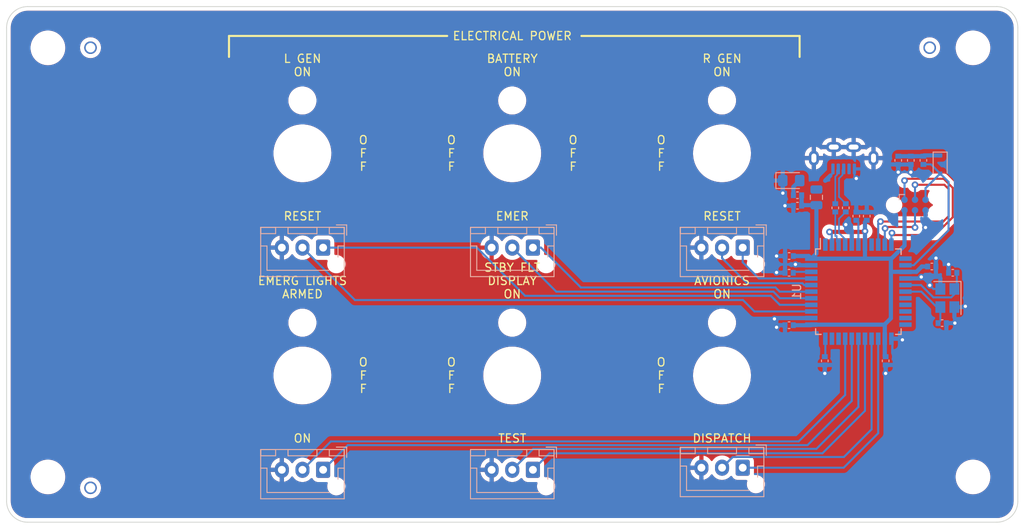
<source format=kicad_pcb>
(kicad_pcb (version 20211014) (generator pcbnew)
  (title_block (rev "@version@"))
  (layers (0 "F.Cu" signal) (31 "B.Cu" signal) (34 "B.Paste" user) (35 "F.Paste" user) (36 "B.SilkS" user "B.Silkscreen") (37 "F.SilkS" user "F.Silkscreen") (38 "B.Mask" user) (39 "F.Mask" user) (44 "Edge.Cuts" user))
  (net 0 "")
  (net 1 "Net-(C1-Pad1)")
  (net 2 "GND")
  (net 3 "+5V")
  (net 4 "Net-(C3-Pad1)")
  (net 5 "/XTAL1")
  (net 6 "/XTAL2")
  (net 7 "RESET")
  (net 8 "Net-(D2-Pad2)")
  (net 9 "/MISO")
  (net 10 "/SCK")
  (net 11 "/MOSI")
  (net 12 "Net-(R1-Pad1)")
  (net 13 "/D+")
  (net 14 "/D-")
  (net 16 "LGEN_ON")
  (net 17 "LGEN_RESET")
  (net 18 "BATTERY_ON")
  (net 19 "BATTERY_EMER")
  (net 20 "EMERLT_ON")
  (net 21 "AVIONICS_ON")
  (net 22 "AVIONICS_DISPATCH")
  (net 24 "RGEN_ON")
  (net 25 "RGEN_RESET")
  (net 26 "EMERLT_ARMED")
  (net 27 "STBY_ON")
  (net 28 "STBY_TEST")
  (net 30 "/DR-")
  (net 31 "/DR+")
  (net 32 "/VBUS")
  (footprint "CJ4-Electrical-Panel:MiniToggleSPDT_screw_mount" (layer "F.Cu") (at 86.614 95.504)
    (fp_text reference "H11" hide)
    (fp_text value "MountingHole" hide)
    (pad "" np_thru_hole circle (at 0 -6.4) (size 2.4 2.4) (drill 2.4) (layers *.Cu *.Mask))
    (pad "" np_thru_hole circle (at 0 0) (size 6 6) (drill 6) (layers *.Cu *.Mask))
  )
  (footprint "CJ4-Electrical-Panel:JLCPCB_Tooling_Hole" (layer "F.Cu") (at 162.56 55.88)
    (fp_text reference "H6" hide)
    (fp_text value "MountingHole" hide)
    (pad "" np_thru_hole circle (at 0 -0.1) (size 1.524 1.524) (drill 1.152) (layers *.Cu *.Mask))
  )
  (footprint "MountingHole:MountingHole_3.2mm_M3" (layer "F.Cu") (at 55.8 107.8)
    (fp_text reference "H2" hide)
    (fp_text value "MountingHole" hide)
    (pad "" np_thru_hole circle (at 0 0) (size 3.2 3.2) (drill 3.2) (layers *.Cu *.Mask))
  )
  (footprint "CJ4-Electrical-Panel:MiniToggleSPDT_screw_mount" (layer "F.Cu") (at 86.614 68.58)
    (fp_text reference "H8" hide)
    (fp_text value "MountingHole" hide)
    (pad "" np_thru_hole circle (at 0 0) (size 6 6) (drill 6) (layers *.Cu *.Mask))
    (pad "" np_thru_hole circle (at 0 -6.4) (size 2.4 2.4) (drill 2.4) (layers *.Cu *.Mask))
  )
  (footprint "CJ4-Electrical-Panel:MiniToggleSPDT_screw_mount" (layer "F.Cu") (at 137.414 95.504)
    (fp_text reference "H13" hide)
    (fp_text value "MountingHole" hide)
    (pad "" np_thru_hole circle (at 0 -6.4) (size 2.4 2.4) (drill 2.4) (layers *.Cu *.Mask))
    (pad "" np_thru_hole circle (at 0 0) (size 6 6) (drill 6) (layers *.Cu *.Mask))
  )
  (footprint "MountingHole:MountingHole_3.2mm_M3" (layer "F.Cu") (at 167.8 107.8)
    (fp_text reference "H4" hide)
    (fp_text value "MountingHole" hide)
    (pad "" np_thru_hole circle (at 0 0) (size 3.2 3.2) (drill 3.2) (layers *.Cu *.Mask))
  )
  (footprint "MountingHole:MountingHole_3.2mm_M3" (layer "F.Cu") (at 55.8 55.8)
    (fp_text reference "H1" hide)
    (fp_text value "MountingHole" hide)
    (pad "" np_thru_hole circle (at 0 0) (size 3.2 3.2) (drill 3.2) (layers *.Cu *.Mask))
  )
  (footprint "CJ4-Electrical-Panel:JLCPCB_Tooling_Hole" (layer "F.Cu") (at 60.96 55.88)
    (fp_text reference "H5" hide)
    (fp_text value "MountingHole" hide)
    (pad "" np_thru_hole circle (at 0 -0.1) (size 1.524 1.524) (drill 1.152) (layers *.Cu *.Mask))
  )
  (footprint "CJ4-Electrical-Panel:MiniToggleSPDT_screw_mount" (layer "F.Cu") (at 112.014 68.58)
    (fp_text reference "H9" hide)
    (fp_text value "MountingHole" hide)
    (pad "" np_thru_hole circle (at 0 -6.4) (size 2.4 2.4) (drill 2.4) (layers *.Cu *.Mask))
    (pad "" np_thru_hole circle (at 0 0) (size 6 6) (drill 6) (layers *.Cu *.Mask))
  )
  (footprint "CJ4-Electrical-Panel:MiniToggleSPDT_screw_mount" (layer "F.Cu") (at 137.414 68.58)
    (fp_text reference "H10" hide)
    (fp_text value "MountingHole" hide)
    (pad "" np_thru_hole circle (at 0 -6.4) (size 2.4 2.4) (drill 2.4) (layers *.Cu *.Mask))
    (pad "" np_thru_hole circle (at 0 0) (size 6 6) (drill 6) (layers *.Cu *.Mask))
  )
  (footprint "MountingHole:MountingHole_3.2mm_M3" (layer "F.Cu") (at 167.8 55.8)
    (fp_text reference "H3" hide)
    (fp_text value "MountingHole" hide)
    (pad "" np_thru_hole circle (at 0 0) (size 3.2 3.2) (drill 3.2) (layers *.Cu *.Mask))
  )
  (footprint "CJ4-Electrical-Panel:MiniToggleSPDT_screw_mount" (layer "F.Cu") (at 112.014 95.504)
    (fp_text reference "H12" hide)
    (fp_text value "MountingHole" hide)
    (pad "" np_thru_hole circle (at 0 0) (size 6 6) (drill 6) (layers *.Cu *.Mask))
    (pad "" np_thru_hole circle (at 0 -6.4) (size 2.4 2.4) (drill 2.4) (layers *.Cu *.Mask))
  )
  (footprint "CJ4-Electrical-Panel:JLCPCB_Tooling_Hole" (layer "F.Cu") (at 60.96 109.22)
    (fp_text reference "H7" hide)
    (fp_text value "MountingHole" hide)
    (pad "" np_thru_hole circle (at 0 -0.1) (size 1.524 1.524) (drill 1.152) (layers *.Cu *.Mask))
  )
  (footprint "Connector:Tag-Connect_TC2030-IDC-NL_2x03_P1.27mm_Vertical" (layer "B.Cu") (at 160.782 74.846)
    (fp_text reference "J8" hide)
    (fp_text value "AVR-ISP-6" hide)
    (pad "" np_thru_hole circle (at -2.54 0) (size 0.9906 0.9906) (drill 0.9906) (layers *.Cu *.Mask))
    (pad "" np_thru_hole circle (at 2.54 1.016) (size 0.9906 0.9906) (drill 0.9906) (layers *.Cu *.Mask))
    (pad "" np_thru_hole circle (at 2.54 -1.016) (size 0.9906 0.9906) (drill 0.9906) (layers *.Cu *.Mask))
    (pad "1" connect circle (at -1.27 -0.635) (size 0.7874 0.7874) (layers "B.Cu" "B.Mask") (net 9 "/MISO"))
    (pad "2" connect circle (at -1.27 0.635) (size 0.7874 0.7874) (layers "B.Cu" "B.Mask") (net 3 "+5V"))
    (pad "3" connect circle (at 0 -0.635) (size 0.7874 0.7874) (layers "B.Cu" "B.Mask") (net 10 "/SCK"))
    (pad "4" connect circle (at 0 0.635) (size 0.7874 0.7874) (layers "B.Cu" "B.Mask") (net 11 "/MOSI"))
    (pad "5" connect circle (at 1.27 -0.635) (size 0.7874 0.7874) (layers "B.Cu" "B.Mask") (net 7 "RESET"))
    (pad "6" connect circle (at 1.27 0.635) (size 0.7874 0.7874) (layers "B.Cu" "B.Mask") (net 2 "GND"))
  )
  (footprint "CJ4-Electrical-Panel:Perfect_0402" (layer "B.Cu") (at 161.798 69.426 -90)
    (fp_text reference "R5" hide)
    (fp_text value "10k" hide)
    (pad "1" smd rect (at -0.5 0 270) (size 0.6 0.7) (layers "B.Cu" "B.Paste" "B.Mask") (net 3 "+5V"))
    (pad "2" smd rect (at 0.5 0 270) (size 0.6 0.7) (layers "B.Cu" "B.Paste" "B.Mask") (net 7 "RESET"))
  )
  (footprint "CJ4-Electrical-Panel:Perfect_0402" (layer "B.Cu") (at 164.076 89.154 180)
    (fp_text reference "C6" hide)
    (fp_text value "20pF" hide)
    (pad "1" smd rect (at -0.5 0 180) (size 0.6 0.7) (layers "B.Cu" "B.Paste" "B.Mask") (net 2 "GND"))
    (pad "2" smd rect (at 0.5 0 180) (size 0.6 0.7) (layers "B.Cu" "B.Paste" "B.Mask") (net 5 "/XTAL1"))
  )
  (footprint "Package_QFP:TQFP-44_10x10mm_P0.8mm" (layer "B.Cu") (at 153.924 85.344 -90)
    (fp_text reference "U1" (at 0 7.45 90) (layer "B.SilkS") (effects (justify mirror)))
    (fp_text value "ATmega32U4-A" hide)
    (pad "1" smd rect (at -5.7 4 270) (size 1.5 0.55) (layers "B.Cu" "B.Paste" "B.Mask"))
    (pad "2" smd rect (at -5.7 3.2 270) (size 1.5 0.55) (layers "B.Cu" "B.Paste" "B.Mask") (net 3 "+5V"))
    (pad "3" smd rect (at -5.7 2.4 270) (size 1.5 0.55) (layers "B.Cu" "B.Paste" "B.Mask") (net 14 "/D-"))
    (pad "4" smd rect (at -5.7 1.6 270) (size 1.5 0.55) (layers "B.Cu" "B.Paste" "B.Mask") (net 13 "/D+"))
    (pad "5" smd rect (at -5.7 0.8 270) (size 1.5 0.55) (layers "B.Cu" "B.Paste" "B.Mask") (net 2 "GND"))
    (pad "6" smd rect (at -5.7 0 270) (size 1.5 0.55) (layers "B.Cu" "B.Paste" "B.Mask") (net 4 "Net-(C3-Pad1)"))
    (pad "7" smd rect (at -5.7 -0.8 270) (size 1.5 0.55) (layers "B.Cu" "B.Paste" "B.Mask") (net 3 "+5V"))
    (pad "8" smd rect (at -5.7 -1.6 270) (size 1.5 0.55) (layers "B.Cu" "B.Paste" "B.Mask"))
    (pad "9" smd rect (at -5.7 -2.4 270) (size 1.5 0.55) (layers "B.Cu" "B.Paste" "B.Mask") (net 10 "/SCK"))
    (pad "10" smd rect (at -5.7 -3.2 270) (size 1.5 0.55) (layers "B.Cu" "B.Paste" "B.Mask") (net 11 "/MOSI"))
    (pad "11" smd rect (at -5.7 -4 270) (size 1.5 0.55) (layers "B.Cu" "B.Paste" "B.Mask") (net 9 "/MISO"))
    (pad "12" smd rect (at -4 -5.7 180) (size 1.5 0.55) (layers "B.Cu" "B.Paste" "B.Mask"))
    (pad "13" smd rect (at -3.2 -5.7 180) (size 1.5 0.55) (layers "B.Cu" "B.Paste" "B.Mask") (net 7 "RESET"))
    (pad "14" smd rect (at -2.4 -5.7 180) (size 1.5 0.55) (layers "B.Cu" "B.Paste" "B.Mask") (net 3 "+5V"))
    (pad "15" smd rect (at -1.6 -5.7 180) (size 1.5 0.55) (layers "B.Cu" "B.Paste" "B.Mask") (net 2 "GND"))
    (pad "16" smd rect (at -0.8 -5.7 180) (size 1.5 0.55) (layers "B.Cu" "B.Paste" "B.Mask") (net 6 "/XTAL2"))
    (pad "17" smd rect (at 0 -5.7 180) (size 1.5 0.55) (layers "B.Cu" "B.Paste" "B.Mask") (net 5 "/XTAL1"))
    (pad "18" smd rect (at 0.8 -5.7 180) (size 1.5 0.55) (layers "B.Cu" "B.Paste" "B.Mask"))
    (pad "19" smd rect (at 1.6 -5.7 180) (size 1.5 0.55) (layers "B.Cu" "B.Paste" "B.Mask"))
    (pad "20" smd rect (at 2.4 -5.7 180) (size 1.5 0.55) (layers "B.Cu" "B.Paste" "B.Mask"))
    (pad "21" smd rect (at 3.2 -5.7 180) (size 1.5 0.55) (layers "B.Cu" "B.Paste" "B.Mask"))
    (pad "22" smd rect (at 4 -5.7 180) (size 1.5 0.55) (layers "B.Cu" "B.Paste" "B.Mask"))
    (pad "23" smd rect (at 5.7 -4 270) (size 1.5 0.55) (layers "B.Cu" "B.Paste" "B.Mask") (net 2 "GND"))
    (pad "24" smd rect (at 5.7 -3.2 270) (size 1.5 0.55) (layers "B.Cu" "B.Paste" "B.Mask") (net 3 "+5V"))
    (pad "25" smd rect (at 5.7 -2.4 270) (size 1.5 0.55) (layers "B.Cu" "B.Paste" "B.Mask") (net 21 "AVIONICS_ON"))
    (pad "26" smd rect (at 5.7 -1.6 270) (size 1.5 0.55) (layers "B.Cu" "B.Paste" "B.Mask") (net 22 "AVIONICS_DISPATCH"))
    (pad "27" smd rect (at 5.7 -0.8 270) (size 1.5 0.55) (layers "B.Cu" "B.Paste" "B.Mask") (net 24 "RGEN_ON"))
    (pad "28" smd rect (at 5.7 0 270) (size 1.5 0.55) (layers "B.Cu" "B.Paste" "B.Mask") (net 25 "RGEN_RESET"))
    (pad "29" smd rect (at 5.7 0.8 270) (size 1.5 0.55) (layers "B.Cu" "B.Paste" "B.Mask") (net 27 "STBY_ON"))
    (pad "30" smd rect (at 5.7 1.6 270) (size 1.5 0.55) (layers "B.Cu" "B.Paste" "B.Mask") (net 28 "STBY_TEST"))
    (pad "31" smd rect (at 5.7 2.4 270) (size 1.5 0.55) (layers "B.Cu" "B.Paste" "B.Mask"))
    (pad "32" smd rect (at 5.7 3.2 270) (size 1.5 0.55) (layers "B.Cu" "B.Paste" "B.Mask"))
    (pad "33" smd rect (at 5.7 4 270) (size 1.5 0.55) (layers "B.Cu" "B.Paste" "B.Mask") (net 12 "Net-(R1-Pad1)"))
    (pad "34" smd rect (at 4 5.7 180) (size 1.5 0.55) (layers "B.Cu" "B.Paste" "B.Mask") (net 3 "+5V"))
    (pad "35" smd rect (at 3.2 5.7 180) (size 1.5 0.55) (layers "B.Cu" "B.Paste" "B.Mask") (net 2 "GND"))
    (pad "36" smd rect (at 2.4 5.7 180) (size 1.5 0.55) (layers "B.Cu" "B.Paste" "B.Mask") (net 17 "LGEN_RESET"))
    (pad "37" smd rect (at 1.6 5.7 180) (size 1.5 0.55) (layers "B.Cu" "B.Paste" "B.Mask") (net 16 "LGEN_ON"))
    (pad "38" smd rect (at 0.8 5.7 180) (size 1.5 0.55) (layers "B.Cu" "B.Paste" "B.Mask") (net 20 "EMERLT_ON"))
    (pad "39" smd rect (at 0 5.7 180) (size 1.5 0.55) (layers "B.Cu" "B.Paste" "B.Mask") (net 26 "EMERLT_ARMED"))
    (pad "40" smd rect (at -0.8 5.7 180) (size 1.5 0.55) (layers "B.Cu" "B.Paste" "B.Mask") (net 19 "BATTERY_EMER"))
    (pad "41" smd rect (at -1.6 5.7 180) (size 1.5 0.55) (layers "B.Cu" "B.Paste" "B.Mask") (net 18 "BATTERY_ON"))
    (pad "42" smd rect (at -2.4 5.7 180) (size 1.5 0.55) (layers "B.Cu" "B.Paste" "B.Mask") (net 1 "Net-(C1-Pad1)"))
    (pad "43" smd rect (at -3.2 5.7 180) (size 1.5 0.55) (layers "B.Cu" "B.Paste" "B.Mask") (net 2 "GND"))
    (pad "44" smd rect (at -4 5.7 180) (size 1.5 0.55) (layers "B.Cu" "B.Paste" "B.Mask") (net 3 "+5V"))
  )
  (footprint "LED_SMD:LED_0805_2012Metric_Pad1.15x1.40mm_HandSolder" (layer "B.Cu") (at 145.796 71.882)
    (fp_text reference "D2" hide)
    (fp_text value "GREEN" hide)
    (pad "1" smd roundrect (at -1.025 0) (size 1.15 1.4) (layers "B.Cu" "B.Paste" "B.Mask") (roundrect_rratio 0.217391) (net 2 "GND"))
    (pad "2" smd roundrect (at 1.025 0) (size 1.15 1.4) (layers "B.Cu" "B.Paste" "B.Mask") (roundrect_rratio 0.217391) (net 8 "Net-(D2-Pad2)"))
  )
  (footprint "Connector_JST:JST_XH_B3B-XH-AM_1x03_P2.50mm_Vertical" (layer "B.Cu") (at 139.921194 80.01 180)
    (fp_text reference "J3" hide)
    (fp_text value "Conn_01x03")
    (pad "" np_thru_hole circle (at -1.6 -2 180) (size 1.2 1.2) (drill 1.2) (layers *.Cu *.Mask))
    (pad "1" thru_hole roundrect (at 0 0 180) (size 1.7 1.95) (drill 0.95) (layers *.Cu *.Mask) (roundrect_rratio 0.147059) (net 18 "BATTERY_ON"))
    (pad "2" thru_hole oval (at 2.5 0 180) (size 1.7 1.95) (drill 0.95) (layers *.Cu *.Mask) (net 19 "BATTERY_EMER"))
    (pad "3" thru_hole oval (at 5 0 180) (size 1.7 1.95) (drill 0.95) (layers *.Cu *.Mask) (net 2 "GND"))
  )
  (footprint "CJ4-Electrical-Panel:Perfect_0402" (layer "B.Cu") (at 158.75 69.426 -90)
    (fp_text reference "C12" hide)
    (fp_text value "100nF" hide)
    (pad "1" smd rect (at -0.5 0 270) (size 0.6 0.7) (layers "B.Cu" "B.Paste" "B.Mask") (net 3 "+5V"))
    (pad "2" smd rect (at 0.5 0 270) (size 0.6 0.7) (layers "B.Cu" "B.Paste" "B.Mask") (net 2 "GND"))
  )
  (footprint "Diode_SMD:D_SOD-323F" (layer "B.Cu") (at 163.83 69.934 -90)
    (fp_text reference "D1" hide)
    (fp_text value "D_Small" hide)
    (pad "1" smd rect (at -1.1 0 270) (size 0.5 0.5) (layers "B.Cu" "B.Paste" "B.Mask") (net 3 "+5V"))
    (pad "2" smd rect (at 1.1 0 270) (size 0.5 0.5) (layers "B.Cu" "B.Paste" "B.Mask") (net 7 "RESET"))
  )
  (footprint "CJ4-Electrical-Panel:Perfect_0402" (layer "B.Cu") (at 157.226 93.726 -90)
    (fp_text reference "C4" hide)
    (fp_text value "100nF" hide)
    (pad "1" smd rect (at -0.5 0 270) (size 0.6 0.7) (layers "B.Cu" "B.Paste" "B.Mask") (net 3 "+5V"))
    (pad "2" smd rect (at 0.5 0 270) (size 0.6 0.7) (layers "B.Cu" "B.Paste" "B.Mask") (net 2 "GND"))
  )
  (footprint "CJ4-Electrical-Panel:Perfect_0402" (layer "B.Cu") (at 145.55 81.026 180)
    (fp_text reference "C9" hide)
    (fp_text value "100nF" hide)
    (pad "1" smd rect (at -0.5 0 180) (size 0.6 0.7) (layers "B.Cu" "B.Paste" "B.Mask") (net 3 "+5V"))
    (pad "2" smd rect (at 0.5 0 180) (size 0.6 0.7) (layers "B.Cu" "B.Paste" "B.Mask") (net 2 "GND"))
  )
  (footprint "CJ4-Electrical-Panel:Perfect_0402" (layer "B.Cu") (at 145.542 89.408 180)
    (fp_text reference "C8" hide)
    (fp_text value "100nF" hide)
    (pad "1" smd rect (at -0.5 0 180) (size 0.6 0.7) (layers "B.Cu" "B.Paste" "B.Mask") (net 3 "+5V"))
    (pad "2" smd rect (at 0.5 0 180) (size 0.6 0.7) (layers "B.Cu" "B.Paste" "B.Mask") (net 2 "GND"))
  )
  (footprint "CJ4-Electrical-Panel:Perfect_0402" (layer "B.Cu") (at 149.86 93.726 -90)
    (fp_text reference "R1" hide)
    (fp_text value "10k" hide)
    (pad "1" smd rect (at -0.5 0 270) (size 0.6 0.7) (layers "B.Cu" "B.Paste" "B.Mask") (net 12 "Net-(R1-Pad1)"))
    (pad "2" smd rect (at 0.5 0 270) (size 0.6 0.7) (layers "B.Cu" "B.Paste" "B.Mask") (net 2 "GND"))
  )
  (footprint "Connector_JST:JST_XH_B3B-XH-AM_1x03_P2.50mm_Vertical" (layer "B.Cu") (at 89.121194 106.934 180)
    (fp_text reference "J4" hide)
    (fp_text value "Conn_01x03")
    (pad "" np_thru_hole circle (at -1.6 -2 180) (size 1.2 1.2) (drill 1.2) (layers *.Cu *.Mask))
    (pad "1" thru_hole roundrect (at 0 0 180) (size 1.7 1.95) (drill 0.95) (layers *.Cu *.Mask) (roundrect_rratio 0.147059) (net 27 "STBY_ON"))
    (pad "2" thru_hole oval (at 2.5 0 180) (size 1.7 1.95) (drill 0.95) (layers *.Cu *.Mask) (net 28 "STBY_TEST"))
    (pad "3" thru_hole oval (at 5 0 180) (size 1.7 1.95) (drill 0.95) (layers *.Cu *.Mask) (net 2 "GND"))
  )
  (footprint "CJ4-Electrical-Panel:Perfect_0402" (layer "B.Cu") (at 153.67 76.2 90)
    (fp_text reference "C3" hide)
    (fp_text value "1uF" hide)
    (pad "1" smd rect (at -0.5 0 90) (size 0.6 0.7) (layers "B.Cu" "B.Paste" "B.Mask") (net 4 "Net-(C3-Pad1)"))
    (pad "2" smd rect (at 0.5 0 90) (size 0.6 0.7) (layers "B.Cu" "B.Paste" "B.Mask") (net 2 "GND"))
  )
  (footprint "Connector_JST:JST_XH_B3B-XH-AM_1x03_P2.50mm_Vertical" (layer "B.Cu") (at 89.121194 80.01 180)
    (fp_text reference "J1" hide)
    (fp_text value "Conn_01x03" hide)
    (pad "" np_thru_hole circle (at -1.6 -2 180) (size 1.2 1.2) (drill 1.2) (layers *.Cu *.Mask))
    (pad "1" thru_hole roundrect (at 0 0 180) (size 1.7 1.95) (drill 0.95) (layers *.Cu *.Mask) (roundrect_rratio 0.147059) (net 16 "LGEN_ON"))
    (pad "2" thru_hole oval (at 2.5 0 180) (size 1.7 1.95) (drill 0.95) (layers *.Cu *.Mask) (net 17 "LGEN_RESET"))
    (pad "3" thru_hole oval (at 5 0 180) (size 1.7 1.95) (drill 0.95) (layers *.Cu *.Mask) (net 2 "GND"))
  )
  (footprint "CJ4-Electrical-Panel:Perfect_0402" (layer "B.Cu") (at 146.558 74.93 180)
    (fp_text reference "C10" hide)
    (fp_text value "10uF" hide)
    (pad "1" smd rect (at -0.5 0 180) (size 0.6 0.7) (layers "B.Cu" "B.Paste" "B.Mask") (net 3 "+5V"))
    (pad "2" smd rect (at 0.5 0 180) (size 0.6 0.7) (layers "B.Cu" "B.Paste" "B.Mask") (net 2 "GND"))
  )
  (footprint "CJ4-Electrical-Panel:Perfect_0402" (layer "B.Cu") (at 151.13 75.184 -90)
    (fp_text reference "R3" hide)
    (fp_text value "22" hide)
    (pad "1" smd rect (at -0.5 0 270) (size 0.6 0.7) (layers "B.Cu" "B.Paste" "B.Mask") (net 30 "/DR-"))
    (pad "2" smd rect (at 0.5 0 270) (size 0.6 0.7) (layers "B.Cu" "B.Paste" "B.Mask") (net 14 "/D-"))
  )
  (footprint "CJ4-Electrical-Panel:Perfect_0402" (layer "B.Cu") (at 154.94 76.2 90)
    (fp_text reference "C2" hide)
    (fp_text value "10uF" hide)
    (pad "1" smd rect (at -0.5 0 90) (size 0.6 0.7) (layers "B.Cu" "B.Paste" "B.Mask") (net 3 "+5V"))
    (pad "2" smd rect (at 0.5 0 90) (size 0.6 0.7) (layers "B.Cu" "B.Paste" "B.Mask") (net 2 "GND"))
  )
  (footprint "CJ4-Electrical-Panel:Perfect_0402" (layer "B.Cu") (at 152.4 75.184 -90)
    (fp_text reference "R2" hide)
    (fp_text value "22" hide)
    (pad "1" smd rect (at -0.5 0 270) (size 0.6 0.7) (layers "B.Cu" "B.Paste" "B.Mask") (net 31 "/DR+"))
    (pad "2" smd rect (at 0.5 0 270) (size 0.6 0.7) (layers "B.Cu" "B.Paste" "B.Mask") (net 13 "/D+"))
  )
  (footprint "CJ4-Electrical-Panel:Perfect_0402" (layer "B.Cu") (at 145.542 83.058 180)
    (fp_text reference "C1" hide)
    (fp_text value "1uF" hide)
    (pad "1" smd rect (at -0.5 0 180) (size 0.6 0.7) (layers "B.Cu" "B.Paste" "B.Mask") (net 1 "Net-(C1-Pad1)"))
    (pad "2" smd rect (at 0.5 0 180) (size 0.6 0.7) (layers "B.Cu" "B.Paste" "B.Mask") (net 2 "GND"))
  )
  (footprint "CJ4-Electrical-Panel:Perfect_0402" (layer "B.Cu") (at 146.558 73.66 180)
    (fp_text reference "R4" hide)
    (fp_text value "1k" hide)
    (pad "1" smd rect (at -0.5 0 180) (size 0.6 0.7) (layers "B.Cu" "B.Paste" "B.Mask") (net 3 "+5V"))
    (pad "2" smd rect (at 0.5 0 180) (size 0.6 0.7) (layers "B.Cu" "B.Paste" "B.Mask") (net 8 "Net-(D2-Pad2)"))
  )
  (footprint "CJ4-Electrical-Panel:Perfect_0402" (layer "B.Cu") (at 165.346 83.058)
    (fp_text reference "C7" hide)
    (fp_text value "20pF" hide)
    (pad "1" smd rect (at -0.5 0) (size 0.6 0.7) (layers "B.Cu" "B.Paste" "B.Mask") (net 2 "GND"))
    (pad "2" smd rect (at 0.5 0) (size 0.6 0.7) (layers "B.Cu" "B.Paste" "B.Mask") (net 6 "/XTAL2"))
  )
  (footprint "CJ4-Electrical-Panel:Perfect_0402" (layer "B.Cu") (at 162.814 82.296)
    (fp_text reference "C5" hide)
    (fp_text value "100nF" hide)
    (pad "1" smd rect (at -0.5 0) (size 0.6 0.7) (layers "B.Cu" "B.Paste" "B.Mask") (net 3 "+5V"))
    (pad "2" smd rect (at 0.5 0) (size 0.6 0.7) (layers "B.Cu" "B.Paste" "B.Mask") (net 2 "GND"))
  )
  (footprint "Connector_JST:JST_XH_B3B-XH-AM_1x03_P2.50mm_Vertical" (layer "B.Cu") (at 139.921194 106.68 180)
    (fp_text reference "J6" hide)
    (fp_text value "Conn_01x03")
    (pad "" np_thru_hole circle (at -1.6 -2 180) (size 1.2 1.2) (drill 1.2) (layers *.Cu *.Mask))
    (pad "1" thru_hole roundrect (at 0 0 180) (size 1.7 1.95) (drill 0.95) (layers *.Cu *.Mask) (roundrect_rratio 0.147059) (net 21 "AVIONICS_ON"))
    (pad "2" thru_hole oval (at 2.5 0 180) (size 1.7 1.95) (drill 0.95) (layers *.Cu *.Mask) (net 22 "AVIONICS_DISPATCH"))
    (pad "3" thru_hole oval (at 5 0 180) (size 1.7 1.95) (drill 0.95) (layers *.Cu *.Mask) (net 2 "GND"))
  )
  (footprint "CJ4-Electrical-Panel:ZX80-B-5P" (layer "B.Cu") (at 152.146 69.088)
    (fp_text reference "J7" hide)
    (fp_text value "USB_B_Mini")
    (pad "1" smd roundrect (at -1.3 1.382) (size 0.4 1.3) (layers "B.Cu" "B.Paste" "B.Mask") (net 32 "/VBUS"))
    (pad "2" smd roundrect (at -0.65 1.382) (size 0.4 1.3) (layers "B.Cu" "B.Paste" "B.Mask") (net 30 "/DR-"))
    (pad "3" smd roundrect (at 0 1.382) (size 0.4 1.3) (layers "B.Cu" "B.Paste" "B.Mask") (net 31 "/DR+"))
    (pad "4" smd roundrect (at 0.65 1.382) (size 0.4 1.3) (layers "B.Cu" "B.Paste" "B.Mask"))
    (pad "5" smd roundrect (at 1.3 1.382) (size 0.4 1.3) (layers "B.Cu" "B.Paste" "B.Mask") (net 2 "GND"))
    (pad "6" thru_hole oval (at 1.2 -1.268) (size 1.9 1.2) (drill oval 1.2 0.6) (layers *.Cu *.Mask) (net 2 "GND"))
    (pad "6" thru_hole oval (at -1.2 -1.268) (size 1.9 1.2) (drill oval 1.2 0.6) (layers *.Cu *.Mask) (net 2 "GND"))
    (pad "6" thru_hole oval (at -3.61 0.072) (size 1.2 1.8) (drill oval 0.6 1.1) (layers *.Cu *.Mask) (net 2 "GND"))
    (pad "6" thru_hole oval (at 3.61 0.072) (size 1.2 1.8) (drill oval 0.6 1.1) (layers *.Cu *.Mask) (net 2 "GND"))
  )
  (footprint "Connector_JST:JST_XH_B3B-XH-AM_1x03_P2.50mm_Vertical" (layer "B.Cu") (at 114.521194 106.934 180)
    (fp_text reference "J5" hide)
    (fp_text value "Conn_01x03")
    (pad "" np_thru_hole circle (at -1.6 -2 180) (size 1.2 1.2) (drill 1.2) (layers *.Cu *.Mask))
    (pad "1" thru_hole roundrect (at 0 0 180) (size 1.7 1.95) (drill 0.95) (layers *.Cu *.Mask) (roundrect_rratio 0.147059) (net 24 "RGEN_ON"))
    (pad "2" thru_hole oval (at 2.5 0 180) (size 1.7 1.95) (drill 0.95) (layers *.Cu *.Mask) (net 25 "RGEN_RESET"))
    (pad "3" thru_hole oval (at 5 0 180) (size 1.7 1.95) (drill 0.95) (layers *.Cu *.Mask) (net 2 "GND"))
  )
  (footprint "Crystal:Crystal_SMD_3225-4Pin_3.2x2.5mm" (layer "B.Cu") (at 164.698 86.114 -90)
    (fp_text reference "Y1" hide)
    (fp_text value "16MHz" hide)
    (pad "1" smd rect (at -1.1 -0.85 270) (size 1.4 1.2) (layers "B.Cu" "B.Paste" "B.Mask") (net 6 "/XTAL2"))
    (pad "2" smd rect (at 1.1 -0.85 270) (size 1.4 1.2) (layers "B.Cu" "B.Paste" "B.Mask") (net 2 "GND"))
    (pad "3" smd rect (at 1.1 0.85 270) (size 1.4 1.2) (layers "B.Cu" "B.Paste" "B.Mask") (net 5 "/XTAL1"))
    (pad "4" smd rect (at -1.1 0.85 270) (size 1.4 1.2) (layers "B.Cu" "B.Paste" "B.Mask") (net 2 "GND"))
  )
  (footprint "Connector_JST:JST_XH_B3B-XH-AM_1x03_P2.50mm_Vertical" (layer "B.Cu") (at 114.521194 80.01 180)
    (fp_text reference "J2" hide)
    (fp_text value "Conn_01x03" hide)
    (pad "" np_thru_hole circle (at -1.6 -2 180) (size 1.2 1.2) (drill 1.2) (layers *.Cu *.Mask))
    (pad "1" thru_hole roundrect (at 0 0 180) (size 1.7 1.95) (drill 0.95) (layers *.Cu *.Mask) (roundrect_rratio 0.147059) (net 26 "EMERLT_ARMED"))
    (pad "2" thru_hole oval (at 2.5 0 180) (size 1.7 1.95) (drill 0.95) (layers *.Cu *.Mask) (net 20 "EMERLT_ON"))
    (pad "3" thru_hole oval (at 5 0 180) (size 1.7 1.95) (drill 0.95) (layers *.Cu *.Mask) (net 2 "GND"))
  )
  (footprint "CJ4-Electrical-Panel:Perfect_0402" (layer "B.Cu") (at 160.274 69.426 -90)
    (fp_text reference "C11" hide)
    (fp_text value "100nF" hide)
    (pad "1" smd rect (at -0.5 0 270) (size 0.6 0.7) (layers "B.Cu" "B.Paste" "B.Mask") (net 3 "+5V"))
    (pad "2" smd rect (at 0.5 0 270) (size 0.6 0.7) (layers "B.Cu" "B.Paste" "B.Mask") (net 2 "GND"))
  )
  (footprint "Capacitor_SMD:C_0805_2012Metric" (layer "B.Cu") (at 148.844 73.914 -90)
    (fp_text reference "FB1" hide)
    (fp_text value "FerriteBead_Small" hide)
    (pad "1" smd roundrect (at -0.95 0 270) (size 1 1.45) (layers "B.Cu" "B.Paste" "B.Mask") (net 32 "/VBUS"))
    (pad "2" smd roundrect (at 0.95 0 270) (size 1 1.45) (layers "B.Cu" "B.Paste" "B.Mask") (net 3 "+5V"))
  )
  (gr_line (start 146.812 54.356) (end 146.812 56.896) (layer "F.SilkS") (width 0.254))
  (gr_line (start 104.14 54.356) (end 77.724 54.356) (layer "F.SilkS") (width 0.254))
  (gr_line (start 146.812 54.356) (end 120.396 54.356) (layer "F.SilkS") (width 0.254))
  (gr_line (start 77.724 54.356) (end 77.724 56.896) (layer "F.SilkS") (width 0.254))
  (gr_line (start 50.8 53.34) (end 50.8 110.744) (layer "Edge.Cuts") (width 0.1))
  (gr_arc (start 50.8 53.34) (mid 51.543949 51.543949) (end 53.34 50.8) (layer "Edge.Cuts") (width 0.1))
  (gr_line (start 170.688 50.8) (end 53.34 50.8) (layer "Edge.Cuts") (width 0.1))
  (gr_line (start 173.228 110.744) (end 173.228 53.34) (layer "Edge.Cuts") (width 0.1))
  (gr_line (start 53.34 113.284) (end 170.688 113.284) (layer "Edge.Cuts") (width 0.1))
  (gr_arc (start 170.688 50.8) (mid 172.484051 51.543949) (end 173.228 53.34) (layer "Edge.Cuts") (width 0.1))
  (gr_arc (start 173.228 110.744) (mid 172.484051 112.540051) (end 170.688 113.284) (layer "Edge.Cuts") (width 0.1))
  (gr_arc (start 53.34 113.284) (mid 51.543949 112.540051) (end 50.8 110.744) (layer "Edge.Cuts") (width 0.1))
  (gr_text "TEST" (at 112.021194 103.124) (layer "F.SilkS") (effects (font (size 1 1))))
  (gr_text "EMER" (at 112.021194 76.2) (layer "F.SilkS") (effects (font (size 1 1))))
  (gr_text "ON" (at 86.621194 103.124) (layer "F.SilkS") (effects (font (size 1 1))))
  (gr_text "O\nF\nF" (at 130.048 68.58) (layer "F.SilkS") (effects (font (size 1 1))))
  (gr_text "O\nF\nF" (at 93.98 68.58) (layer "F.SilkS") (effects (font (size 1 1))))
  (gr_text "O\nF\nF" (at 119.38 68.58) (layer "F.SilkS") (effects (font (size 1 1))))
  (gr_text "RESET" (at 137.421194 76.2) (layer "F.SilkS") (effects (font (size 1 1))))
  (gr_text "EMERG LIGHTS\nARMED" (at 86.621194 84.836) (layer "F.SilkS") (effects (font (size 1 1))))
  (gr_text "R GEN\nON" (at 137.421194 57.912) (layer "F.SilkS") (effects (font (size 1 1))))
  (gr_text "O\nF\nF" (at 130.048 95.504) (layer "F.SilkS") (effects (font (size 1 1))))
  (gr_text "O\nF\nF" (at 104.648 68.58) (layer "F.SilkS") (effects (font (size 1 1))))
  (gr_text "DISPATCH" (at 137.414 103.124) (layer "F.SilkS") (effects (font (size 1 1))))
  (gr_text "O\nF\nF" (at 93.98 95.504) (layer "F.SilkS") (effects (font (size 1 1))))
  (gr_text "ELECTRICAL POWER" (at 112.021194 54.356) (layer "F.SilkS") (effects (font (size 1 1))))
  (gr_text "RESET" (at 86.621194 76.2) (layer "F.SilkS") (effects (font (size 1 1))))
  (gr_text "STBY FLT\nDISPLAY\nON" (at 112.021194 84.031) (layer "F.SilkS") (effects (font (size 1 1))))
  (gr_text "AVIONICS\nON" (at 137.421194 84.836) (layer "F.SilkS") (effects (font (size 1 1))))
  (gr_text "O\nF\nF" (at 104.648 95.504) (layer "F.SilkS") (effects (font (size 1 1))))
  (gr_text "L GEN\nON" (at 86.621194 57.912) (layer "F.SilkS") (effects (font (size 1 1))))
  (gr_text "BATTERY\nON" (at 112.021194 57.912) (layer "F.SilkS") (effects (font (size 1 1))))
  (segment (start 146.156 82.944) (end 146.05 83.05) (width 0.25) (layer "B.Cu") (net 1))
  (segment (start 148.224 82.944) (end 146.156 82.944) (width 0.25) (layer "B.Cu") (net 1))
  (via (at 163.322 81.28) (size 0.8) (drill 0.4) (layers "F.Cu" "B.Cu") (net 2))
  (via (at 153.67 71.628) (size 0.8) (drill 0.4) (layers "F.Cu" "B.Cu") (net 2))
  (via (at 143.764 88.646) (size 0.8) (drill 0.4) (layers "F.Cu" "B.Cu") (net 2))
  (via (at 144.78 73.406) (size 0.8) (drill 0.4) (layers "F.Cu" "B.Cu") (net 2))
  (via (at 160.274 70.866) (size 0.8) (drill 0.4) (layers "F.Cu" "B.Cu") (net 2))
  (via (at 152.4 77.216) (size 0.8) (drill 0.4) (layers "F.Cu" "B.Cu") (net 2))
  (via (at 162.052 77.570733) (size 0.8) (drill 0.4) (layers "F.Cu" "B.Cu") (net 2))
  (via (at 159.258 91.186) (size 0.8) (drill 0.4) (layers "F.Cu" "B.Cu") (net 2))
  (via (at 144.018 89.662) (size 0.8) (drill 0.4) (layers "F.Cu" "B.Cu") (net 2))
  (via (at 158.75 70.866) (size 0.8) (drill 0.4) (layers "F.Cu" "B.Cu") (net 2))
  (via (at 162.564299 84.577701) (size 0.8) (drill 0.4) (layers "F.Cu" "B.Cu") (net 2))
  (via (at 166.878 87.122) (size 0.8) (drill 0.4) (layers "F.Cu" "B.Cu") (net 2))
  (via (at 165.608 89.154) (size 0.8) (drill 0.4) (layers "F.Cu" "B.Cu") (net 2))
  (via (at 146.304 82.042) (size 0.8) (drill 0.4) (layers "F.Cu" "B.Cu") (net 2))
  (via (at 144.018 81.026) (size 0.8) (drill 0.4) (layers "F.Cu" "B.Cu") (net 2))
  (via (at 164.846 82.042) (size 0.8) (drill 0.4) (layers "F.Cu" "B.Cu") (net 2))
  (via (at 149.86 95.25) (size 0.8) (drill 0.4) (layers "F.Cu" "B.Cu") (net 2))
  (via (at 144.018 83.0195) (size 0.8) (drill 0.4) (layers "F.Cu" "B.Cu") (net 2))
  (via (at 145.034 74.93) (size 0.8) (drill 0.4) (layers "F.Cu" "B.Cu") (net 2))
  (via (at 161.544 83.566) (size 0.8) (drill 0.4) (layers "F.Cu" "B.Cu") (net 2))
  (via (at 157.226 95.25) (size 0.8) (drill 0.4) (layers "F.Cu" "B.Cu") (net 2))
  (segment (start 144.0565 83.058) (end 144.018 83.0195) (width 0.508) (layer "B.Cu") (net 2))
  (segment (start 153.124 79.644) (end 153.124 77.94) (width 0.508) (layer "B.Cu") (net 2))
  (segment (start 148.224 82.144) (end 146.406 82.144) (width 0.508) (layer "B.Cu") (net 2))
  (segment (start 145.05 81.026) (end 144.018 81.026) (width 0.508) (layer "B.Cu") (net 2))
  (segment (start 157.226 94.226) (end 157.226 95.25) (width 0.508) (layer "B.Cu") (net 2))
  (segment (start 144.771 73.397) (end 144.78 73.406) (width 0.508) (layer "B.Cu") (net 2))
  (segment (start 160.274 69.926) (end 160.274 70.866) (width 0.508) (layer "B.Cu") (net 2))
  (segment (start 162.052 75.481) (end 162.052 77.570733) (width 0.508) (layer "B.Cu") (net 2))
  (segment (start 163.314 82.296) (end 163.314 81.288) (width 0.25) (layer "B.Cu") (net 2))
  (segment (start 159.116 91.044) (end 159.258 91.186) (width 0.508) (layer "B.Cu") (net 2))
  (segment (start 143.866 88.544) (end 143.764 88.646) (width 0.508) (layer "B.Cu") (net 2))
  (segment (start 159.624 83.744) (end 161.366 83.744) (width 0.508) (layer "B.Cu") (net 2))
  (segment (start 153.446 71.404) (end 153.67 71.628) (width 0.25) (layer "B.Cu") (net 2))
  (segment (start 163.000598 85.014) (end 162.564299 84.577701) (width 0.25) (layer "B.Cu") (net 2))
  (segment (start 153.124 77.94) (end 152.4 77.216) (width 0.508) (layer "B.Cu") (net 2))
  (segment (start 144.771 71.882) (end 144.771 73.397) (width 0.508) (layer "B.Cu") (net 2))
  (segment (start 148.224 88.544) (end 143.866 88.544) (width 0.508) (layer "B.Cu") (net 2))
  (segment (start 158.75 69.926) (end 158.75 70.866) (width 0.508) (layer "B.Cu") (net 2))
  (segment (start 165.548 87.214) (end 166.786 87.214) (width 0.25) (layer "B.Cu") (net 2))
  (segment (start 163.848 85.014) (end 163.000598 85.014) (width 0.25) (layer "B.Cu") (net 2))
  (segment (start 153.446 70.47) (end 153.446 71.404) (width 0.25) (layer "B.Cu") (net 2))
  (segment (start 149.86 94.226) (end 149.86 95.25) (width 0.508) (layer "B.Cu") (net 2))
  (segment (start 157.924 91.044) (end 159.116 91.044) (width 0.508) (layer "B.Cu") (net 2))
  (segment (start 145.042 89.408) (end 144.272 89.408) (width 0.508) (layer "B.Cu") (net 2))
  (segment (start 145.042 83.058) (end 144.0565 83.058) (width 0.508) (layer "B.Cu") (net 2))
  (segment (start 144.272 89.408) (end 144.018 89.662) (width 0.508) (layer "B.Cu") (net 2))
  (segment (start 166.786 87.214) (end 166.878 87.122) (width 0.25) (layer "B.Cu") (net 2))
  (segment (start 146.058 74.93) (end 145.034 74.93) (width 0.508) (layer "B.Cu") (net 2))
  (segment (start 161.366 83.744) (end 161.544 83.566) (width 0.508) (layer "B.Cu") (net 2))
  (segment (start 164.576 89.154) (end 165.608 89.154) (width 0.25) (layer "B.Cu") (net 2))
  (segment (start 163.314 81.288) (end 163.322 81.28) (width 0.25) (layer "B.Cu") (net 2))
  (segment (start 164.846 83.058) (end 164.846 82.042) (width 0.25) (layer "B.Cu") (net 2))
  (segment (start 146.406 82.144) (end 146.304 82.042) (width 0.508) (layer "B.Cu") (net 2))
  (segment (start 150.4305 78.105) (end 154.635 78.105) (width 0.508) (layer "F.Cu") (net 3))
  (segment (start 154.635 78.105) (end 154.724 78.016) (width 0.508) (layer "F.Cu") (net 3))
  (via (at 154.724 78.016) (size 0.8) (drill 0.4) (layers "F.Cu" "B.Cu") (net 3))
  (via (at 150.4305 78.105) (size 0.8) (drill 0.4) (layers "F.Cu" "B.Cu") (net 3))
  (segment (start 161.606952 82.296) (end 162.314 82.296) (width 0.508) (layer "B.Cu") (net 3))
  (segment (start 148.224 81.344) (end 154.75 81.344) (width 0.508) (layer "B.Cu") (net 3))
  (segment (start 154.75 81.344) (end 157.798 81.344) (width 0.508) (layer "B.Cu") (net 3))
  (segment (start 148.16 89.408) (end 148.224 89.344) (width 0.508) (layer "B.Cu") (net 3))
  (segment (start 157.798 81.344) (end 157.861 81.407) (width 0.508) (layer "B.Cu") (net 3))
  (segment (start 146.042 89.408) (end 148.16 89.408) (width 0.508) (layer "B.Cu") (net 3))
  (segment (start 161.89 68.834) (end 161.798 68.926) (width 0.508) (layer "B.Cu") (net 3))
  (segment (start 154.724 76.916) (end 154.94 76.7) (width 0.508) (layer "B.Cu") (net 3))
  (segment (start 147.906 81.026) (end 146.05 81.026) (width 0.508) (layer "B.Cu") (net 3))
  (segment (start 159.512 79.756) (end 157.861 81.407) (width 0.508) (layer "B.Cu") (net 3))
  (segment (start 148.844 74.864) (end 148.844 80.724) (width 0.508) (layer "B.Cu") (net 3))
  (segment (start 154.724 78.016) (end 154.724 76.916) (width 0.508) (layer "B.Cu") (net 3))
  (segment (start 154.724 81.318) (end 154.75 81.344) (width 0.508) (layer "B.Cu") (net 3))
  (segment (start 157.861 82.931) (end 157.861 88.569) (width 0.508) (layer "B.Cu") (net 3))
  (segment (start 157.124 93.124) (end 157.226 93.226) (width 0.508) (layer "B.Cu") (net 3))
  (segment (start 148.224 81.344) (end 147.906 81.026) (width 0.508) (layer "B.Cu") (net 3))
  (segment (start 150.70548 78.31548) (end 150.495 78.105) (width 0.25) (layer "B.Cu") (net 3))
  (segment (start 148.224 89.344) (end 157.086 89.344) (width 0.508) (layer "B.Cu") (net 3))
  (segment (start 150.495 78.105) (end 150.4305 78.105) (width 0.25) (layer "B.Cu") (net 3))
  (segment (start 159.624 82.944) (end 157.874 82.944) (width 0.508) (layer "B.Cu") (net 3))
  (segment (start 158.75 68.926) (end 161.798 68.926) (width 0.508) (layer "B.Cu") (net 3))
  (segment (start 154.724 79.644) (end 154.724 78.016) (width 0.508) (layer "B.Cu") (net 3))
  (segment (start 148.844 74.864) (end 147.124 74.864) (width 0.508) (layer "B.Cu") (net 3))
  (segment (start 147.124 74.864) (end 147.058 74.93) (width 0.508) (layer "B.Cu") (net 3))
  (segment (start 159.512 75.481) (end 159.512 79.756) (width 0.508) (layer "B.Cu") (net 3))
  (segment (start 157.861 88.569) (end 157.124 89.306) (width 0.508) (layer "B.Cu") (net 3))
  (segment (start 150.70548 79.62548) (end 150.70548 78.31548) (width 0.25) (layer "B.Cu") (net 3))
  (segment (start 163.83 68.834) (end 161.89 68.834) (width 0.508) (layer "B.Cu") (net 3))
  (segment (start 148.844 80.724) (end 148.224 81.344) (width 0.508) (layer "B.Cu") (net 3))
  (segment (start 157.124 91.044) (end 157.124 89.306) (width 0.508) (layer "B.Cu") (net 3))
  (segment (start 157.124 91.044) (end 157.124 93.124) (width 0.508) (layer "B.Cu") (net 3))
  (segment (start 157.874 82.944) (end 157.861 82.931) (width 0.508) (layer "B.Cu") (net 3))
  (segment (start 159.624 82.944) (end 160.958952 82.944) (width 0.508) (layer "B.Cu") (net 3))
  (segment (start 160.958952 82.944) (end 161.606952 82.296) (width 0.508) (layer "B.Cu") (net 3))
  (segment (start 147.058 74.93) (end 147.058 73.66) (width 0.508) (layer "B.Cu") (net 3))
  (segment (start 154.724 79.644) (end 154.724 81.318) (width 0.508) (layer "B.Cu") (net 3))
  (segment (start 150.724 79.644) (end 150.70548 79.62548) (width 0.25) (layer "B.Cu") (net 3))
  (segment (start 157.861 81.407) (end 157.861 82.931) (width 0.508) (layer "B.Cu") (net 3))
  (segment (start 153.924 79.644) (end 153.924 76.954) (width 0.25) (layer "B.Cu") (net 4))
  (segment (start 153.924 76.954) (end 153.67 76.7) (width 0.25) (layer "B.Cu") (net 4))
  (segment (start 161.544 85.344) (end 163.414 87.214) (width 0.25) (layer "B.Cu") (net 5))
  (segment (start 163.848 87.214) (end 163.848 88.882) (width 0.25) (layer "B.Cu") (net 5))
  (segment (start 159.624 85.344) (end 161.544 85.344) (width 0.25) (layer "B.Cu") (net 5))
  (segment (start 163.848 88.882) (end 163.576 89.154) (width 0.25) (layer "B.Cu") (net 5))
  (segment (start 163.414 87.214) (end 163.848 87.214) (width 0.25) (layer "B.Cu") (net 5))
  (segment (start 161.506 84.544) (end 163.000511 86.038511) (width 0.25) (layer "B.Cu") (net 6))
  (segment (start 159.624 84.544) (end 161.506 84.544) (width 0.25) (layer "B.Cu") (net 6))
  (segment (start 165.846 84.716) (end 165.548 85.014) (width 0.25) (layer "B.Cu") (net 6))
  (segment (start 165.846 83.058) (end 165.846 84.716) (width 0.25) (layer "B.Cu") (net 6))
  (segment (start 165.548 85.658) (end 165.548 85.014) (width 0.25) (layer "B.Cu") (net 6))
  (segment (start 165.167489 86.038511) (end 165.548 85.658) (width 0.25) (layer "B.Cu") (net 6))
  (segment (start 163.000511 86.038511) (end 165.167489 86.038511) (width 0.25) (layer "B.Cu") (net 6))
  (segment (start 161.798 69.926) (end 162.722 69.926) (width 0.25) (layer "B.Cu") (net 7))
  (segment (start 162.052 72.812) (end 163.83 71.034) (width 0.25) (layer "B.Cu") (net 7))
  (segment (start 160.624 82.144) (end 164.846 77.922) (width 0.25) (layer "B.Cu") (net 7))
  (segment (start 164.846 77.922) (end 164.846 72.05) (width 0.25) (layer "B.Cu") (net 7))
  (segment (start 164.846 72.05) (end 163.83 71.034) (width 0.25) (layer "B.Cu") (net 7))
  (segment (start 162.722 69.926) (end 163.83 71.034) (width 0.25) (layer "B.Cu") (net 7))
  (segment (start 159.624 82.144) (end 160.624 82.144) (width 0.25) (layer "B.Cu") (net 7))
  (segment (start 162.052 74.211) (end 162.052 72.812) (width 0.25) (layer "B.Cu") (net 7))
  (segment (start 146.058 73.66) (end 146.058 72.645) (width 0.508) (layer "B.Cu") (net 8))
  (segment (start 146.058 72.645) (end 146.821 71.882) (width 0.508) (layer "B.Cu") (net 8))
  (segment (start 163.195718 78.486) (end 158.242 78.486) (width 0.25) (layer "F.Cu") (net 9))
  (segment (start 164.249206 71.665489) (end 165.354 72.770283) (width 0.25) (layer "F.Cu") (net 9))
  (segment (start 159.512 71.882) (end 159.728511 71.665489) (width 0.25) (layer "F.Cu") (net 9))
  (segment (start 159.728511 71.665489) (end 164.249206 71.665489) (width 0.25) (layer "F.Cu") (net 9))
  (segment (start 165.354 72.770283) (end 165.354 76.327718) (width 0.25) (layer "F.Cu") (net 9))
  (segment (start 158.242 78.486) (end 157.988 78.232) (width 0.25) (layer "F.Cu") (net 9))
  (segment (start 165.354 76.327718) (end 163.195718 78.486) (width 0.25) (layer "F.Cu") (net 9))
  (via (at 157.988 78.232) (size 0.8) (drill 0.4) (layers "F.Cu" "B.Cu") (net 9))
  (via (at 159.512 71.882) (size 0.8) (drill 0.4) (layers "F.Cu" "B.Cu") (net 9))
  (segment (start 157.924 78.296) (end 157.988 78.232) (width 0.25) (layer "B.Cu") (net 9))
  (segment (start 157.924 79.644) (end 157.924 78.296) (width 0.25) (layer "B.Cu") (net 9))
  (segment (start 159.512 74.211) (end 159.512 71.882) (width 0.25) (layer "B.Cu") (net 9))
  (segment (start 164.846 72.898) (end 164.338 72.39) (width 0.25) (layer "F.Cu") (net 10))
  (segment (start 164.338 72.39) (end 160.782 72.39) (width 0.25) (layer "F.Cu") (net 10))
  (segment (start 164.846 76.2) (end 164.846 72.898) (width 0.25) (layer "F.Cu") (net 10))
  (segment (start 156.6015 76.846233) (end 164.199767 76.846233) (width 0.25) (layer "F.Cu") (net 10))
  (segment (start 164.199767 76.846233) (end 164.846 76.2) (width 0.25) (layer "F.Cu") (net 10))
  (via (at 160.782 72.39) (size 0.8) (drill 0.4) (layers "F.Cu" "B.Cu") (net 10))
  (via (at 156.6015 76.846233) (size 0.8) (drill 0.4) (layers "F.Cu" "B.Cu") (net 10))
  (segment (start 160.782 72.39) (end 160.782 74.211) (width 0.25) (layer "B.Cu") (net 10))
  (segment (start 156.324 79.644) (end 156.324 77.123733) (width 0.25) (layer "B.Cu") (net 10))
  (segment (start 156.324 77.123733) (end 156.6015 76.846233) (width 0.25) (layer "B.Cu") (net 10))
  (segment (start 160.718756 77.507489) (end 160.782 77.570733) (width 0.25) (layer "F.Cu") (net 11))
  (segment (start 157.326451 77.507489) (end 160.718756 77.507489) (width 0.25) (layer "F.Cu") (net 11))
  (segment (start 157.156364 77.677576) (end 157.326451 77.507489) (width 0.25) (layer "F.Cu") (net 11))
  (via (at 160.782 77.570733) (size 0.8) (drill 0.4) (layers "F.Cu" "B.Cu") (net 11))
  (via (at 157.156364 77.677576) (size 0.8) (drill 0.4) (layers "F.Cu" "B.Cu") (net 11))
  (segment (start 160.782 77.570733) (end 160.782 75.481) (width 0.25) (layer "B.Cu") (net 11))
  (segment (start 157.124 77.70994) (end 157.156364 77.677576) (width 0.25) (layer "B.Cu") (net 11))
  (segment (start 157.124 79.644) (end 157.124 77.70994) (width 0.25) (layer "B.Cu") (net 11))
  (segment (start 149.924 93.162) (end 149.86 93.226) (width 0.25) (layer "B.Cu") (net 12))
  (segment (start 149.924 91.044) (end 149.924 93.162) (width 0.25) (layer "B.Cu") (net 12))
  (segment (start 152.324 79.644) (end 152.324 78.983594) (width 0.2) (layer "B.Cu") (net 13))
  (segment (start 152.4 75.684) (end 151.580001 76.503999) (width 0.2) (layer "B.Cu") (net 13))
  (segment (start 152.324 78.983594) (end 151.986203 78.645797) (width 0.2) (layer "B.Cu") (net 13))
  (segment (start 151.580001 78.239596) (end 152.098511 78.758106) (width 0.2) (layer "B.Cu") (net 13))
  (segment (start 151.580001 76.503999) (end 151.580001 78.239596) (width 0.2) (layer "B.Cu") (net 13))
  (segment (start 151.524 79.480397) (end 151.524 79.644) (width 0.2) (layer "B.Cu") (net 14))
  (segment (start 151.13 78.594489) (end 151.298511 78.594489) (width 0.2) (layer "B.Cu") (net 14))
  (segment (start 151.13 75.684) (end 151.13 78.594489) (width 0.2) (layer "B.Cu") (net 14))
  (segment (start 151.298511 78.594489) (end 151.298511 79.254908) (width 0.2) (layer "B.Cu") (net 14))
  (segment (start 151.298511 79.254908) (end 151.524 79.480397) (width 0.2) (layer "B.Cu") (net 14))
  (segment (start 148.224 86.944) (end 144.410423 86.944) (width 0.25) (layer "B.Cu") (net 16))
  (segment (start 107.735172 80.01) (end 89.121194 80.01) (width 0.25) (layer "B.Cu") (net 16))
  (segment (start 143.318423 85.852) (end 113.577172 85.852) (width 0.25) (layer "B.Cu") (net 16))
  (segment (start 144.410423 86.944) (end 143.318423 85.852) (width 0.25) (layer "B.Cu") (net 16))
  (segment (start 113.577172 85.852) (end 107.735172 80.01) (width 0.25) (layer "B.Cu") (net 16))
  (segment (start 92.971194 86.36) (end 86.621194 80.01) (width 0.25) (layer "B.Cu") (net 17))
  (segment (start 141.338 87.744) (end 139.954 86.36) (width 0.25) (layer "B.Cu") (net 17))
  (segment (start 148.224 87.744) (end 141.338 87.744) (width 0.25) (layer "B.Cu") (net 17))
  (segment (start 139.954 86.36) (end 92.971194 86.36) (width 0.25) (layer "B.Cu") (net 17))
  (segment (start 139.921194 81.788182) (end 141.877012 83.744) (width 0.25) (layer "B.Cu") (net 18))
  (segment (start 139.921194 80.01) (end 139.921194 81.788182) (width 0.25) (layer "B.Cu") (net 18))
  (segment (start 141.877012 83.744) (end 148.224 83.744) (width 0.25) (layer "B.Cu") (net 18))
  (segment (start 137.421194 81.287194) (end 137.421194 80.01) (width 0.25) (layer "B.Cu") (net 19))
  (segment (start 147.149489 84.328) (end 140.462 84.328) (width 0.25) (layer "B.Cu") (net 19))
  (segment (start 148.224 84.544) (end 147.365489 84.544) (width 0.25) (layer "B.Cu") (net 19))
  (segment (start 147.365489 84.544) (end 147.149489 84.328) (width 0.25) (layer "B.Cu") (net 19))
  (segment (start 140.462 84.328) (end 137.421194 81.287194) (width 0.25) (layer "B.Cu") (net 19))
  (segment (start 143.636282 85.344) (end 117.355194 85.344) (width 0.25) (layer "B.Cu") (net 20))
  (segment (start 117.355194 85.344) (end 112.021194 80.01) (width 0.25) (layer "B.Cu") (net 20))
  (segment (start 148.224 86.144) (end 144.436282 86.144) (width 0.25) (layer "B.Cu") (net 20))
  (segment (start 144.436282 86.144) (end 143.636282 85.344) (width 0.25) (layer "B.Cu") (net 20))
  (segment (start 152.146 106.68) (end 156.324 102.502) (width 0.25) (layer "B.Cu") (net 21))
  (segment (start 156.324 102.502) (end 156.324 91.044) (width 0.25) (layer "B.Cu") (net 21))
  (segment (start 139.921194 106.68) (end 152.146 106.68) (width 0.25) (layer "B.Cu") (net 21))
  (segment (start 138.720714 105.38048) (end 152.17552 105.38048) (width 0.25) (layer "B.Cu") (net 22))
  (segment (start 155.524 102.032) (end 155.524 91.044) (width 0.25) (layer "B.Cu") (net 22))
  (segment (start 137.421194 106.68) (end 138.720714 105.38048) (width 0.25) (layer "B.Cu") (net 22))
  (segment (start 152.17552 105.38048) (end 155.524 102.032) (width 0.25) (layer "B.Cu") (net 22))
  (segment (start 116.524234 104.93096) (end 149.57704 104.93096) (width 0.25) (layer "B.Cu") (net 24))
  (segment (start 149.57704 104.93096) (end 154.724 99.784) (width 0.25) (layer "B.Cu") (net 24))
  (segment (start 154.724 99.784) (end 154.724 91.044) (width 0.25) (layer "B.Cu") (net 24))
  (segment (start 114.521194 106.934) (end 116.524234 104.93096) (width 0.25) (layer "B.Cu") (net 24))
  (segment (start 148.844 104.394) (end 153.924 99.314) (width 0.25) (layer "B.Cu") (net 25))
  (segment (start 153.924 99.314) (end 153.924 91.044) (width 0.25) (layer "B.Cu") (net 25))
  (segment (start 112.021194 106.934) (end 114.561194 104.394) (width 0.25) (layer "B.Cu") (net 25))
  (segment (start 114.561194 104.394) (end 148.844 104.394) (width 0.25) (layer "B.Cu") (net 25))
  (segment (start 144.398282 85.344) (end 143.890282 84.836) (width 0.25) (layer "B.Cu") (net 26))
  (segment (start 148.224 85.344) (end 144.398282 85.344) (width 0.25) (layer "B.Cu") (net 26))
  (segment (start 120.325376 84.836) (end 115.499376 80.01) (width 0.25) (layer "B.Cu") (net 26))
  (segment (start 115.499376 80.01) (end 114.521194 80.01) (width 0.25) (layer "B.Cu") (net 26))
  (segment (start 143.890282 84.836) (end 120.325376 84.836) (width 0.25) (layer "B.Cu") (net 26))
  (segment (start 147.76952 103.94448) (end 92.110714 103.94448) (width 0.25) (layer "B.Cu") (net 27))
  (segment (start 153.124 98.59) (end 147.76952 103.94448) (width 0.25) (layer "B.Cu") (net 27))
  (segment (start 153.124 91.044) (end 153.124 98.59) (width 0.25) (layer "B.Cu") (net 27))
  (segment (start 92.110714 103.94448) (end 89.121194 106.934) (width 0.25) (layer "B.Cu") (net 27))
  (segment (start 152.324 91.044) (end 152.324 97.866) (width 0.25) (layer "B.Cu") (net 28))
  (segment (start 90.060234 103.49496) (end 86.621194 106.934) (width 0.25) (layer "B.Cu") (net 28))
  (segment (start 152.324 97.866) (end 146.69504 103.49496) (width 0.25) (layer "B.Cu") (net 28))
  (segment (start 146.69504 103.49496) (end 90.060234 103.49496) (width 0.25) (layer "B.Cu") (net 28))
  (segment (start 151.13 71.401006) (end 151.13 74.684) (width 0.2) (layer "B.Cu") (net 30))
  (segment (start 151.496 70.483603) (end 151.34552 70.634083) (width 0.2) (layer "B.Cu") (net 30))
  (segment (start 151.496 70.47) (end 151.496 70.483603) (width 0.2) (layer "B.Cu") (net 30))
  (segment (start 151.34552 71.185486) (end 151.13 71.401006) (width 0.2) (layer "B.Cu") (net 30))
  (segment (start 151.34552 70.634083) (end 151.34552 71.185486) (width 0.2) (layer "B.Cu") (net 30))
  (segment (start 151.580001 71.621404) (end 151.580001 73.864001) (width 0.2) (layer "B.Cu") (net 31))
  (segment (start 152.146 70.47) (end 151.99552 70.62048) (width 0.2) (layer "B.Cu") (net 31))
  (segment (start 151.99552 71.205885) (end 151.580001 71.621404) (width 0.2) (layer "B.Cu") (net 31))
  (segment (start 151.99552 70.62048) (end 151.99552 71.205885) (width 0.2) (layer "B.Cu") (net 31))
  (segment (start 151.580001 73.864001) (end 152.4 74.684) (width 0.2) (layer "B.Cu") (net 31))
  (segment (start 150.846 70.47) (end 150.846 70.962) (width 0.25) (layer "B.Cu") (net 32))
  (segment (start 149.926 71.882) (end 150.528 71.28) (width 0.508) (layer "B.Cu") (net 32))
  (segment (start 150.846 70.962) (end 150.528 71.28) (width 0.25) (layer "B.Cu") (net 32))
  (zone (net 2) (net_name "GND") (layers F&B.Cu) (priority 1) (connect_pads (clearance 0.508)) (min_thickness 0.254) (fill yes (thermal_gap 0.508) (thermal_bridge_width 0.508))
    (polygon (pts (xy 174 114) (xy 50 114) (xy 50 50) (xy 174 50)))
  )
  (zone (net 32) (net_name "/VBUS") (layer "B.Cu") (connect_pads (clearance 0.508)) (min_thickness 0.254) (fill yes (thermal_gap 0.508) (thermal_bridge_width 0.508))
    (polygon (pts (xy 150.622 73.66) (xy 147.828 73.66) (xy 147.828 71.12) (xy 150.622 71.12)))
  )
)
</source>
